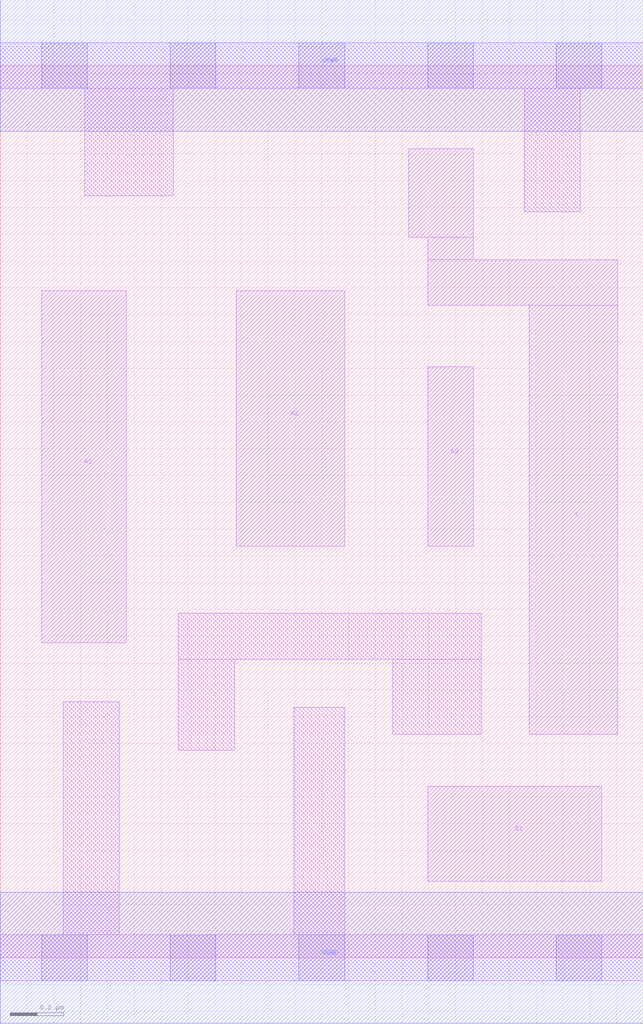
<source format=lef>
# Copyright 2020 The SkyWater PDK Authors
#
# Licensed under the Apache License, Version 2.0 (the "License");
# you may not use this file except in compliance with the License.
# You may obtain a copy of the License at
#
#     https://www.apache.org/licenses/LICENSE-2.0
#
# Unless required by applicable law or agreed to in writing, software
# distributed under the License is distributed on an "AS IS" BASIS,
# WITHOUT WARRANTIES OR CONDITIONS OF ANY KIND, either express or implied.
# See the License for the specific language governing permissions and
# limitations under the License.
#
# SPDX-License-Identifier: Apache-2.0

VERSION 5.7 ;
  NAMESCASESENSITIVE ON ;
  NOWIREEXTENSIONATPIN ON ;
  DIVIDERCHAR "/" ;
  BUSBITCHARS "[]" ;
UNITS
  DATABASE MICRONS 200 ;
END UNITS
MACRO sky130_fd_sc_lp__o31ai_m
  CLASS CORE ;
  SOURCE USER ;
  FOREIGN sky130_fd_sc_lp__o31ai_m ;
  ORIGIN  0.000000  0.000000 ;
  SIZE  2.400000 BY  3.330000 ;
  SYMMETRY X Y R90 ;
  SITE unit ;
  PIN A1
    ANTENNAGATEAREA  0.126000 ;
    DIRECTION INPUT ;
    USE SIGNAL ;
    PORT
      LAYER li1 ;
        RECT 0.155000 1.175000 0.470000 2.490000 ;
    END
  END A1
  PIN A2
    ANTENNAGATEAREA  0.126000 ;
    DIRECTION INPUT ;
    USE SIGNAL ;
    PORT
      LAYER li1 ;
        RECT 0.880000 1.535000 1.285000 2.490000 ;
    END
  END A2
  PIN A3
    ANTENNAGATEAREA  0.126000 ;
    DIRECTION INPUT ;
    USE SIGNAL ;
    PORT
      LAYER li1 ;
        RECT 1.595000 1.535000 1.765000 2.205000 ;
    END
  END A3
  PIN B1
    ANTENNAGATEAREA  0.126000 ;
    DIRECTION INPUT ;
    USE SIGNAL ;
    PORT
      LAYER li1 ;
        RECT 1.595000 0.285000 2.245000 0.640000 ;
    END
  END B1
  PIN Y
    ANTENNADIFFAREA  0.262500 ;
    DIRECTION OUTPUT ;
    USE SIGNAL ;
    PORT
      LAYER li1 ;
        RECT 1.525000 2.690000 1.765000 3.020000 ;
        RECT 1.595000 2.435000 2.305000 2.605000 ;
        RECT 1.595000 2.605000 1.765000 2.690000 ;
        RECT 1.975000 0.835000 2.305000 2.435000 ;
    END
  END Y
  PIN VGND
    DIRECTION INOUT ;
    USE GROUND ;
    PORT
      LAYER met1 ;
        RECT 0.000000 -0.245000 2.400000 0.245000 ;
    END
  END VGND
  PIN VPWR
    DIRECTION INOUT ;
    USE POWER ;
    PORT
      LAYER met1 ;
        RECT 0.000000 3.085000 2.400000 3.575000 ;
    END
  END VPWR
  OBS
    LAYER li1 ;
      RECT 0.000000 -0.085000 2.400000 0.085000 ;
      RECT 0.000000  3.245000 2.400000 3.415000 ;
      RECT 0.235000  0.085000 0.445000 0.955000 ;
      RECT 0.315000  2.845000 0.645000 3.245000 ;
      RECT 0.665000  0.775000 0.875000 1.115000 ;
      RECT 0.665000  1.115000 1.795000 1.285000 ;
      RECT 1.095000  0.085000 1.285000 0.935000 ;
      RECT 1.465000  0.835000 1.795000 1.115000 ;
      RECT 1.955000  2.785000 2.165000 3.245000 ;
    LAYER mcon ;
      RECT 0.155000 -0.085000 0.325000 0.085000 ;
      RECT 0.155000  3.245000 0.325000 3.415000 ;
      RECT 0.635000 -0.085000 0.805000 0.085000 ;
      RECT 0.635000  3.245000 0.805000 3.415000 ;
      RECT 1.115000 -0.085000 1.285000 0.085000 ;
      RECT 1.115000  3.245000 1.285000 3.415000 ;
      RECT 1.595000 -0.085000 1.765000 0.085000 ;
      RECT 1.595000  3.245000 1.765000 3.415000 ;
      RECT 2.075000 -0.085000 2.245000 0.085000 ;
      RECT 2.075000  3.245000 2.245000 3.415000 ;
  END
END sky130_fd_sc_lp__o31ai_m
END LIBRARY

</source>
